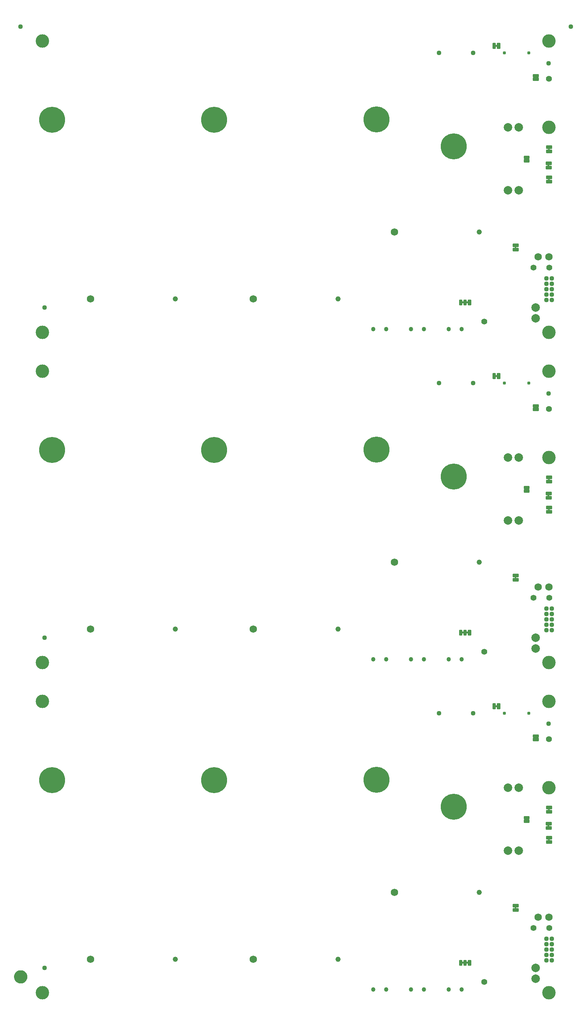
<source format=gbs>
G04 EAGLE Gerber RS-274X export*
G75*
%MOMM*%
%FSLAX34Y34*%
%LPD*%
%INSoldermask Bottom*%
%IPPOS*%
%AMOC8*
5,1,8,0,0,1.08239X$1,22.5*%
G01*
%ADD10C,6.127000*%
%ADD11C,3.175000*%
%ADD12C,1.227000*%
%ADD13C,1.727000*%
%ADD14C,0.777000*%
%ADD15C,1.127000*%
%ADD16C,1.397000*%
%ADD17C,0.228600*%
%ADD18C,2.006600*%
%ADD19C,0.228344*%
%ADD20C,1.027000*%
%ADD21C,1.270000*%
%ADD22C,1.627000*%

G36*
X1220535Y2009152D02*
X1220535Y2009152D01*
X1220601Y2009154D01*
X1220644Y2009172D01*
X1220691Y2009180D01*
X1220748Y2009214D01*
X1220808Y2009239D01*
X1220843Y2009270D01*
X1220884Y2009295D01*
X1220926Y2009346D01*
X1220974Y2009390D01*
X1220996Y2009432D01*
X1221025Y2009469D01*
X1221046Y2009531D01*
X1221077Y2009590D01*
X1221085Y2009644D01*
X1221097Y2009681D01*
X1221096Y2009721D01*
X1221104Y2009775D01*
X1221104Y2013585D01*
X1221093Y2013650D01*
X1221091Y2013716D01*
X1221073Y2013759D01*
X1221065Y2013806D01*
X1221031Y2013863D01*
X1221006Y2013923D01*
X1220975Y2013958D01*
X1220950Y2013999D01*
X1220899Y2014041D01*
X1220855Y2014089D01*
X1220813Y2014111D01*
X1220776Y2014140D01*
X1220714Y2014161D01*
X1220655Y2014192D01*
X1220601Y2014200D01*
X1220564Y2014212D01*
X1220524Y2014211D01*
X1220470Y2014219D01*
X1217930Y2014219D01*
X1217865Y2014208D01*
X1217799Y2014206D01*
X1217756Y2014188D01*
X1217709Y2014180D01*
X1217652Y2014146D01*
X1217592Y2014121D01*
X1217557Y2014090D01*
X1217516Y2014065D01*
X1217475Y2014014D01*
X1217426Y2013970D01*
X1217404Y2013928D01*
X1217375Y2013891D01*
X1217354Y2013829D01*
X1217323Y2013770D01*
X1217315Y2013716D01*
X1217303Y2013679D01*
X1217303Y2013675D01*
X1217303Y2013674D01*
X1217304Y2013639D01*
X1217296Y2013585D01*
X1217296Y2009775D01*
X1217307Y2009710D01*
X1217309Y2009644D01*
X1217327Y2009601D01*
X1217335Y2009554D01*
X1217369Y2009497D01*
X1217394Y2009437D01*
X1217425Y2009402D01*
X1217450Y2009361D01*
X1217501Y2009320D01*
X1217545Y2009271D01*
X1217587Y2009249D01*
X1217624Y2009220D01*
X1217686Y2009199D01*
X1217745Y2009168D01*
X1217799Y2009160D01*
X1217836Y2009148D01*
X1217876Y2009149D01*
X1217930Y2009141D01*
X1220470Y2009141D01*
X1220535Y2009152D01*
G37*
G36*
X1219265Y1971052D02*
X1219265Y1971052D01*
X1219331Y1971054D01*
X1219374Y1971072D01*
X1219421Y1971080D01*
X1219478Y1971114D01*
X1219538Y1971139D01*
X1219573Y1971170D01*
X1219614Y1971195D01*
X1219656Y1971246D01*
X1219704Y1971290D01*
X1219726Y1971332D01*
X1219755Y1971369D01*
X1219776Y1971431D01*
X1219807Y1971490D01*
X1219815Y1971544D01*
X1219827Y1971581D01*
X1219826Y1971621D01*
X1219834Y1971675D01*
X1219834Y1975485D01*
X1219823Y1975550D01*
X1219821Y1975616D01*
X1219803Y1975659D01*
X1219795Y1975706D01*
X1219761Y1975763D01*
X1219736Y1975823D01*
X1219705Y1975858D01*
X1219680Y1975899D01*
X1219629Y1975941D01*
X1219585Y1975989D01*
X1219543Y1976011D01*
X1219506Y1976040D01*
X1219444Y1976061D01*
X1219385Y1976092D01*
X1219331Y1976100D01*
X1219294Y1976112D01*
X1219254Y1976111D01*
X1219200Y1976119D01*
X1216660Y1976119D01*
X1216595Y1976108D01*
X1216529Y1976106D01*
X1216486Y1976088D01*
X1216439Y1976080D01*
X1216382Y1976046D01*
X1216322Y1976021D01*
X1216287Y1975990D01*
X1216246Y1975965D01*
X1216205Y1975914D01*
X1216156Y1975870D01*
X1216134Y1975828D01*
X1216105Y1975791D01*
X1216084Y1975729D01*
X1216053Y1975670D01*
X1216045Y1975616D01*
X1216033Y1975579D01*
X1216033Y1975575D01*
X1216033Y1975574D01*
X1216034Y1975539D01*
X1216026Y1975485D01*
X1216026Y1971675D01*
X1216037Y1971610D01*
X1216039Y1971544D01*
X1216057Y1971501D01*
X1216065Y1971454D01*
X1216099Y1971397D01*
X1216124Y1971337D01*
X1216155Y1971302D01*
X1216180Y1971261D01*
X1216231Y1971220D01*
X1216275Y1971171D01*
X1216317Y1971149D01*
X1216354Y1971120D01*
X1216416Y1971099D01*
X1216475Y1971068D01*
X1216529Y1971060D01*
X1216566Y1971048D01*
X1216606Y1971049D01*
X1216660Y1971041D01*
X1219200Y1971041D01*
X1219265Y1971052D01*
G37*
G36*
X1220535Y1938032D02*
X1220535Y1938032D01*
X1220601Y1938034D01*
X1220644Y1938052D01*
X1220691Y1938060D01*
X1220748Y1938094D01*
X1220808Y1938119D01*
X1220843Y1938150D01*
X1220884Y1938175D01*
X1220926Y1938226D01*
X1220974Y1938270D01*
X1220996Y1938312D01*
X1221025Y1938349D01*
X1221046Y1938411D01*
X1221077Y1938470D01*
X1221085Y1938524D01*
X1221097Y1938561D01*
X1221096Y1938601D01*
X1221104Y1938655D01*
X1221104Y1942465D01*
X1221093Y1942530D01*
X1221091Y1942596D01*
X1221073Y1942639D01*
X1221065Y1942686D01*
X1221031Y1942743D01*
X1221006Y1942803D01*
X1220975Y1942838D01*
X1220950Y1942879D01*
X1220899Y1942921D01*
X1220855Y1942969D01*
X1220813Y1942991D01*
X1220776Y1943020D01*
X1220714Y1943041D01*
X1220655Y1943072D01*
X1220601Y1943080D01*
X1220564Y1943092D01*
X1220524Y1943091D01*
X1220470Y1943099D01*
X1217930Y1943099D01*
X1217865Y1943088D01*
X1217799Y1943086D01*
X1217756Y1943068D01*
X1217709Y1943060D01*
X1217652Y1943026D01*
X1217592Y1943001D01*
X1217557Y1942970D01*
X1217516Y1942945D01*
X1217475Y1942894D01*
X1217426Y1942850D01*
X1217404Y1942808D01*
X1217375Y1942771D01*
X1217354Y1942709D01*
X1217323Y1942650D01*
X1217315Y1942596D01*
X1217303Y1942559D01*
X1217303Y1942555D01*
X1217303Y1942554D01*
X1217304Y1942519D01*
X1217296Y1942465D01*
X1217296Y1938655D01*
X1217307Y1938590D01*
X1217309Y1938524D01*
X1217327Y1938481D01*
X1217335Y1938434D01*
X1217369Y1938377D01*
X1217394Y1938317D01*
X1217425Y1938282D01*
X1217450Y1938241D01*
X1217501Y1938200D01*
X1217545Y1938151D01*
X1217587Y1938129D01*
X1217624Y1938100D01*
X1217686Y1938079D01*
X1217745Y1938048D01*
X1217799Y1938040D01*
X1217836Y1938028D01*
X1217876Y1938029D01*
X1217930Y1938021D01*
X1220470Y1938021D01*
X1220535Y1938032D01*
G37*
G36*
X1141795Y1778012D02*
X1141795Y1778012D01*
X1141861Y1778014D01*
X1141904Y1778032D01*
X1141951Y1778040D01*
X1142008Y1778074D01*
X1142068Y1778099D01*
X1142103Y1778130D01*
X1142144Y1778155D01*
X1142186Y1778206D01*
X1142234Y1778250D01*
X1142256Y1778292D01*
X1142285Y1778329D01*
X1142306Y1778391D01*
X1142337Y1778450D01*
X1142345Y1778504D01*
X1142357Y1778541D01*
X1142356Y1778581D01*
X1142364Y1778635D01*
X1142364Y1782445D01*
X1142353Y1782510D01*
X1142351Y1782576D01*
X1142333Y1782619D01*
X1142325Y1782666D01*
X1142291Y1782723D01*
X1142266Y1782783D01*
X1142235Y1782818D01*
X1142210Y1782859D01*
X1142159Y1782901D01*
X1142115Y1782949D01*
X1142073Y1782971D01*
X1142036Y1783000D01*
X1141974Y1783021D01*
X1141915Y1783052D01*
X1141861Y1783060D01*
X1141824Y1783072D01*
X1141784Y1783071D01*
X1141730Y1783079D01*
X1139190Y1783079D01*
X1139125Y1783068D01*
X1139059Y1783066D01*
X1139016Y1783048D01*
X1138969Y1783040D01*
X1138912Y1783006D01*
X1138852Y1782981D01*
X1138817Y1782950D01*
X1138776Y1782925D01*
X1138735Y1782874D01*
X1138686Y1782830D01*
X1138664Y1782788D01*
X1138635Y1782751D01*
X1138614Y1782689D01*
X1138583Y1782630D01*
X1138575Y1782576D01*
X1138563Y1782539D01*
X1138563Y1782535D01*
X1138563Y1782534D01*
X1138564Y1782499D01*
X1138556Y1782445D01*
X1138556Y1778635D01*
X1138567Y1778570D01*
X1138569Y1778504D01*
X1138587Y1778461D01*
X1138595Y1778414D01*
X1138629Y1778357D01*
X1138654Y1778297D01*
X1138685Y1778262D01*
X1138710Y1778221D01*
X1138761Y1778180D01*
X1138805Y1778131D01*
X1138847Y1778109D01*
X1138884Y1778080D01*
X1138946Y1778059D01*
X1139005Y1778028D01*
X1139059Y1778020D01*
X1139096Y1778008D01*
X1139136Y1778009D01*
X1139190Y1778001D01*
X1141730Y1778001D01*
X1141795Y1778012D01*
G37*
G36*
X1220535Y1231912D02*
X1220535Y1231912D01*
X1220601Y1231914D01*
X1220644Y1231932D01*
X1220691Y1231940D01*
X1220748Y1231974D01*
X1220808Y1231999D01*
X1220843Y1232030D01*
X1220884Y1232055D01*
X1220926Y1232106D01*
X1220974Y1232150D01*
X1220996Y1232192D01*
X1221025Y1232229D01*
X1221046Y1232291D01*
X1221077Y1232350D01*
X1221085Y1232404D01*
X1221097Y1232441D01*
X1221096Y1232481D01*
X1221104Y1232535D01*
X1221104Y1236345D01*
X1221093Y1236410D01*
X1221091Y1236476D01*
X1221073Y1236519D01*
X1221065Y1236566D01*
X1221031Y1236623D01*
X1221006Y1236683D01*
X1220975Y1236718D01*
X1220950Y1236759D01*
X1220899Y1236801D01*
X1220855Y1236849D01*
X1220813Y1236871D01*
X1220776Y1236900D01*
X1220714Y1236921D01*
X1220655Y1236952D01*
X1220601Y1236960D01*
X1220564Y1236972D01*
X1220524Y1236971D01*
X1220470Y1236979D01*
X1217930Y1236979D01*
X1217865Y1236968D01*
X1217799Y1236966D01*
X1217756Y1236948D01*
X1217709Y1236940D01*
X1217652Y1236906D01*
X1217592Y1236881D01*
X1217557Y1236850D01*
X1217516Y1236825D01*
X1217475Y1236774D01*
X1217426Y1236730D01*
X1217404Y1236688D01*
X1217375Y1236651D01*
X1217354Y1236589D01*
X1217323Y1236530D01*
X1217315Y1236476D01*
X1217303Y1236439D01*
X1217303Y1236435D01*
X1217303Y1236434D01*
X1217304Y1236399D01*
X1217296Y1236345D01*
X1217296Y1232535D01*
X1217307Y1232470D01*
X1217309Y1232404D01*
X1217327Y1232361D01*
X1217335Y1232314D01*
X1217369Y1232257D01*
X1217394Y1232197D01*
X1217425Y1232162D01*
X1217450Y1232121D01*
X1217501Y1232080D01*
X1217545Y1232031D01*
X1217587Y1232009D01*
X1217624Y1231980D01*
X1217686Y1231959D01*
X1217745Y1231928D01*
X1217799Y1231920D01*
X1217836Y1231908D01*
X1217876Y1231909D01*
X1217930Y1231901D01*
X1220470Y1231901D01*
X1220535Y1231912D01*
G37*
G36*
X1219265Y1193812D02*
X1219265Y1193812D01*
X1219331Y1193814D01*
X1219374Y1193832D01*
X1219421Y1193840D01*
X1219478Y1193874D01*
X1219538Y1193899D01*
X1219573Y1193930D01*
X1219614Y1193955D01*
X1219656Y1194006D01*
X1219704Y1194050D01*
X1219726Y1194092D01*
X1219755Y1194129D01*
X1219776Y1194191D01*
X1219807Y1194250D01*
X1219815Y1194304D01*
X1219827Y1194341D01*
X1219826Y1194381D01*
X1219834Y1194435D01*
X1219834Y1198245D01*
X1219823Y1198310D01*
X1219821Y1198376D01*
X1219803Y1198419D01*
X1219795Y1198466D01*
X1219761Y1198523D01*
X1219736Y1198583D01*
X1219705Y1198618D01*
X1219680Y1198659D01*
X1219629Y1198701D01*
X1219585Y1198749D01*
X1219543Y1198771D01*
X1219506Y1198800D01*
X1219444Y1198821D01*
X1219385Y1198852D01*
X1219331Y1198860D01*
X1219294Y1198872D01*
X1219254Y1198871D01*
X1219200Y1198879D01*
X1216660Y1198879D01*
X1216595Y1198868D01*
X1216529Y1198866D01*
X1216486Y1198848D01*
X1216439Y1198840D01*
X1216382Y1198806D01*
X1216322Y1198781D01*
X1216287Y1198750D01*
X1216246Y1198725D01*
X1216205Y1198674D01*
X1216156Y1198630D01*
X1216134Y1198588D01*
X1216105Y1198551D01*
X1216084Y1198489D01*
X1216053Y1198430D01*
X1216045Y1198376D01*
X1216033Y1198339D01*
X1216033Y1198335D01*
X1216033Y1198334D01*
X1216034Y1198299D01*
X1216026Y1198245D01*
X1216026Y1194435D01*
X1216037Y1194370D01*
X1216039Y1194304D01*
X1216057Y1194261D01*
X1216065Y1194214D01*
X1216099Y1194157D01*
X1216124Y1194097D01*
X1216155Y1194062D01*
X1216180Y1194021D01*
X1216231Y1193980D01*
X1216275Y1193931D01*
X1216317Y1193909D01*
X1216354Y1193880D01*
X1216416Y1193859D01*
X1216475Y1193828D01*
X1216529Y1193820D01*
X1216566Y1193808D01*
X1216606Y1193809D01*
X1216660Y1193801D01*
X1219200Y1193801D01*
X1219265Y1193812D01*
G37*
G36*
X1220535Y1160792D02*
X1220535Y1160792D01*
X1220601Y1160794D01*
X1220644Y1160812D01*
X1220691Y1160820D01*
X1220748Y1160854D01*
X1220808Y1160879D01*
X1220843Y1160910D01*
X1220884Y1160935D01*
X1220926Y1160986D01*
X1220974Y1161030D01*
X1220996Y1161072D01*
X1221025Y1161109D01*
X1221046Y1161171D01*
X1221077Y1161230D01*
X1221085Y1161284D01*
X1221097Y1161321D01*
X1221096Y1161361D01*
X1221104Y1161415D01*
X1221104Y1165225D01*
X1221093Y1165290D01*
X1221091Y1165356D01*
X1221073Y1165399D01*
X1221065Y1165446D01*
X1221031Y1165503D01*
X1221006Y1165563D01*
X1220975Y1165598D01*
X1220950Y1165639D01*
X1220899Y1165681D01*
X1220855Y1165729D01*
X1220813Y1165751D01*
X1220776Y1165780D01*
X1220714Y1165801D01*
X1220655Y1165832D01*
X1220601Y1165840D01*
X1220564Y1165852D01*
X1220524Y1165851D01*
X1220470Y1165859D01*
X1217930Y1165859D01*
X1217865Y1165848D01*
X1217799Y1165846D01*
X1217756Y1165828D01*
X1217709Y1165820D01*
X1217652Y1165786D01*
X1217592Y1165761D01*
X1217557Y1165730D01*
X1217516Y1165705D01*
X1217475Y1165654D01*
X1217426Y1165610D01*
X1217404Y1165568D01*
X1217375Y1165531D01*
X1217354Y1165469D01*
X1217323Y1165410D01*
X1217315Y1165356D01*
X1217303Y1165319D01*
X1217303Y1165315D01*
X1217303Y1165314D01*
X1217304Y1165279D01*
X1217296Y1165225D01*
X1217296Y1161415D01*
X1217307Y1161350D01*
X1217309Y1161284D01*
X1217327Y1161241D01*
X1217335Y1161194D01*
X1217369Y1161137D01*
X1217394Y1161077D01*
X1217425Y1161042D01*
X1217450Y1161001D01*
X1217501Y1160960D01*
X1217545Y1160911D01*
X1217587Y1160889D01*
X1217624Y1160860D01*
X1217686Y1160839D01*
X1217745Y1160808D01*
X1217799Y1160800D01*
X1217836Y1160788D01*
X1217876Y1160789D01*
X1217930Y1160781D01*
X1220470Y1160781D01*
X1220535Y1160792D01*
G37*
G36*
X1141795Y1000772D02*
X1141795Y1000772D01*
X1141861Y1000774D01*
X1141904Y1000792D01*
X1141951Y1000800D01*
X1142008Y1000834D01*
X1142068Y1000859D01*
X1142103Y1000890D01*
X1142144Y1000915D01*
X1142186Y1000966D01*
X1142234Y1001010D01*
X1142256Y1001052D01*
X1142285Y1001089D01*
X1142306Y1001151D01*
X1142337Y1001210D01*
X1142345Y1001264D01*
X1142357Y1001301D01*
X1142356Y1001341D01*
X1142364Y1001395D01*
X1142364Y1005205D01*
X1142353Y1005270D01*
X1142351Y1005336D01*
X1142333Y1005379D01*
X1142325Y1005426D01*
X1142291Y1005483D01*
X1142266Y1005543D01*
X1142235Y1005578D01*
X1142210Y1005619D01*
X1142159Y1005661D01*
X1142115Y1005709D01*
X1142073Y1005731D01*
X1142036Y1005760D01*
X1141974Y1005781D01*
X1141915Y1005812D01*
X1141861Y1005820D01*
X1141824Y1005832D01*
X1141784Y1005831D01*
X1141730Y1005839D01*
X1139190Y1005839D01*
X1139125Y1005828D01*
X1139059Y1005826D01*
X1139016Y1005808D01*
X1138969Y1005800D01*
X1138912Y1005766D01*
X1138852Y1005741D01*
X1138817Y1005710D01*
X1138776Y1005685D01*
X1138735Y1005634D01*
X1138686Y1005590D01*
X1138664Y1005548D01*
X1138635Y1005511D01*
X1138614Y1005449D01*
X1138583Y1005390D01*
X1138575Y1005336D01*
X1138563Y1005299D01*
X1138563Y1005295D01*
X1138563Y1005294D01*
X1138564Y1005259D01*
X1138556Y1005205D01*
X1138556Y1001395D01*
X1138567Y1001330D01*
X1138569Y1001264D01*
X1138587Y1001221D01*
X1138595Y1001174D01*
X1138629Y1001117D01*
X1138654Y1001057D01*
X1138685Y1001022D01*
X1138710Y1000981D01*
X1138761Y1000940D01*
X1138805Y1000891D01*
X1138847Y1000869D01*
X1138884Y1000840D01*
X1138946Y1000819D01*
X1139005Y1000788D01*
X1139059Y1000780D01*
X1139096Y1000768D01*
X1139136Y1000769D01*
X1139190Y1000761D01*
X1141730Y1000761D01*
X1141795Y1000772D01*
G37*
G36*
X1220535Y454672D02*
X1220535Y454672D01*
X1220601Y454674D01*
X1220644Y454692D01*
X1220691Y454700D01*
X1220748Y454734D01*
X1220808Y454759D01*
X1220843Y454790D01*
X1220884Y454815D01*
X1220926Y454866D01*
X1220974Y454910D01*
X1220996Y454952D01*
X1221025Y454989D01*
X1221046Y455051D01*
X1221077Y455110D01*
X1221085Y455164D01*
X1221097Y455201D01*
X1221096Y455241D01*
X1221104Y455295D01*
X1221104Y459105D01*
X1221093Y459170D01*
X1221091Y459236D01*
X1221073Y459279D01*
X1221065Y459326D01*
X1221031Y459383D01*
X1221006Y459443D01*
X1220975Y459478D01*
X1220950Y459519D01*
X1220899Y459561D01*
X1220855Y459609D01*
X1220813Y459631D01*
X1220776Y459660D01*
X1220714Y459681D01*
X1220655Y459712D01*
X1220601Y459720D01*
X1220564Y459732D01*
X1220524Y459731D01*
X1220470Y459739D01*
X1217930Y459739D01*
X1217865Y459728D01*
X1217799Y459726D01*
X1217756Y459708D01*
X1217709Y459700D01*
X1217652Y459666D01*
X1217592Y459641D01*
X1217557Y459610D01*
X1217516Y459585D01*
X1217475Y459534D01*
X1217426Y459490D01*
X1217404Y459448D01*
X1217375Y459411D01*
X1217354Y459349D01*
X1217323Y459290D01*
X1217315Y459236D01*
X1217303Y459199D01*
X1217303Y459195D01*
X1217303Y459194D01*
X1217304Y459159D01*
X1217296Y459105D01*
X1217296Y455295D01*
X1217307Y455230D01*
X1217309Y455164D01*
X1217327Y455121D01*
X1217335Y455074D01*
X1217369Y455017D01*
X1217394Y454957D01*
X1217425Y454922D01*
X1217450Y454881D01*
X1217501Y454840D01*
X1217545Y454791D01*
X1217587Y454769D01*
X1217624Y454740D01*
X1217686Y454719D01*
X1217745Y454688D01*
X1217799Y454680D01*
X1217836Y454668D01*
X1217876Y454669D01*
X1217930Y454661D01*
X1220470Y454661D01*
X1220535Y454672D01*
G37*
G36*
X1219265Y416572D02*
X1219265Y416572D01*
X1219331Y416574D01*
X1219374Y416592D01*
X1219421Y416600D01*
X1219478Y416634D01*
X1219538Y416659D01*
X1219573Y416690D01*
X1219614Y416715D01*
X1219656Y416766D01*
X1219704Y416810D01*
X1219726Y416852D01*
X1219755Y416889D01*
X1219776Y416951D01*
X1219807Y417010D01*
X1219815Y417064D01*
X1219827Y417101D01*
X1219826Y417141D01*
X1219834Y417195D01*
X1219834Y421005D01*
X1219823Y421070D01*
X1219821Y421136D01*
X1219803Y421179D01*
X1219795Y421226D01*
X1219761Y421283D01*
X1219736Y421343D01*
X1219705Y421378D01*
X1219680Y421419D01*
X1219629Y421461D01*
X1219585Y421509D01*
X1219543Y421531D01*
X1219506Y421560D01*
X1219444Y421581D01*
X1219385Y421612D01*
X1219331Y421620D01*
X1219294Y421632D01*
X1219254Y421631D01*
X1219200Y421639D01*
X1216660Y421639D01*
X1216595Y421628D01*
X1216529Y421626D01*
X1216486Y421608D01*
X1216439Y421600D01*
X1216382Y421566D01*
X1216322Y421541D01*
X1216287Y421510D01*
X1216246Y421485D01*
X1216205Y421434D01*
X1216156Y421390D01*
X1216134Y421348D01*
X1216105Y421311D01*
X1216084Y421249D01*
X1216053Y421190D01*
X1216045Y421136D01*
X1216033Y421099D01*
X1216033Y421095D01*
X1216033Y421094D01*
X1216034Y421059D01*
X1216026Y421005D01*
X1216026Y417195D01*
X1216037Y417130D01*
X1216039Y417064D01*
X1216057Y417021D01*
X1216065Y416974D01*
X1216099Y416917D01*
X1216124Y416857D01*
X1216155Y416822D01*
X1216180Y416781D01*
X1216231Y416740D01*
X1216275Y416691D01*
X1216317Y416669D01*
X1216354Y416640D01*
X1216416Y416619D01*
X1216475Y416588D01*
X1216529Y416580D01*
X1216566Y416568D01*
X1216606Y416569D01*
X1216660Y416561D01*
X1219200Y416561D01*
X1219265Y416572D01*
G37*
G36*
X1220535Y383552D02*
X1220535Y383552D01*
X1220601Y383554D01*
X1220644Y383572D01*
X1220691Y383580D01*
X1220748Y383614D01*
X1220808Y383639D01*
X1220843Y383670D01*
X1220884Y383695D01*
X1220926Y383746D01*
X1220974Y383790D01*
X1220996Y383832D01*
X1221025Y383869D01*
X1221046Y383931D01*
X1221077Y383990D01*
X1221085Y384044D01*
X1221097Y384081D01*
X1221096Y384121D01*
X1221104Y384175D01*
X1221104Y387985D01*
X1221093Y388050D01*
X1221091Y388116D01*
X1221073Y388159D01*
X1221065Y388206D01*
X1221031Y388263D01*
X1221006Y388323D01*
X1220975Y388358D01*
X1220950Y388399D01*
X1220899Y388441D01*
X1220855Y388489D01*
X1220813Y388511D01*
X1220776Y388540D01*
X1220714Y388561D01*
X1220655Y388592D01*
X1220601Y388600D01*
X1220564Y388612D01*
X1220524Y388611D01*
X1220470Y388619D01*
X1217930Y388619D01*
X1217865Y388608D01*
X1217799Y388606D01*
X1217756Y388588D01*
X1217709Y388580D01*
X1217652Y388546D01*
X1217592Y388521D01*
X1217557Y388490D01*
X1217516Y388465D01*
X1217475Y388414D01*
X1217426Y388370D01*
X1217404Y388328D01*
X1217375Y388291D01*
X1217354Y388229D01*
X1217323Y388170D01*
X1217315Y388116D01*
X1217303Y388079D01*
X1217303Y388075D01*
X1217303Y388074D01*
X1217304Y388039D01*
X1217296Y387985D01*
X1217296Y384175D01*
X1217307Y384110D01*
X1217309Y384044D01*
X1217327Y384001D01*
X1217335Y383954D01*
X1217369Y383897D01*
X1217394Y383837D01*
X1217425Y383802D01*
X1217450Y383761D01*
X1217501Y383720D01*
X1217545Y383671D01*
X1217587Y383649D01*
X1217624Y383620D01*
X1217686Y383599D01*
X1217745Y383568D01*
X1217799Y383560D01*
X1217836Y383548D01*
X1217876Y383549D01*
X1217930Y383541D01*
X1220470Y383541D01*
X1220535Y383552D01*
G37*
G36*
X1141795Y223532D02*
X1141795Y223532D01*
X1141861Y223534D01*
X1141904Y223552D01*
X1141951Y223560D01*
X1142008Y223594D01*
X1142068Y223619D01*
X1142103Y223650D01*
X1142144Y223675D01*
X1142186Y223726D01*
X1142234Y223770D01*
X1142256Y223812D01*
X1142285Y223849D01*
X1142306Y223911D01*
X1142337Y223970D01*
X1142345Y224024D01*
X1142357Y224061D01*
X1142356Y224101D01*
X1142364Y224155D01*
X1142364Y227965D01*
X1142353Y228030D01*
X1142351Y228096D01*
X1142333Y228139D01*
X1142325Y228186D01*
X1142291Y228243D01*
X1142266Y228303D01*
X1142235Y228338D01*
X1142210Y228379D01*
X1142159Y228421D01*
X1142115Y228469D01*
X1142073Y228491D01*
X1142036Y228520D01*
X1141974Y228541D01*
X1141915Y228572D01*
X1141861Y228580D01*
X1141824Y228592D01*
X1141784Y228591D01*
X1141730Y228599D01*
X1139190Y228599D01*
X1139125Y228588D01*
X1139059Y228586D01*
X1139016Y228568D01*
X1138969Y228560D01*
X1138912Y228526D01*
X1138852Y228501D01*
X1138817Y228470D01*
X1138776Y228445D01*
X1138735Y228394D01*
X1138686Y228350D01*
X1138664Y228308D01*
X1138635Y228271D01*
X1138614Y228209D01*
X1138583Y228150D01*
X1138575Y228096D01*
X1138563Y228059D01*
X1138563Y228055D01*
X1138563Y228054D01*
X1138564Y228019D01*
X1138556Y227965D01*
X1138556Y224155D01*
X1138567Y224090D01*
X1138569Y224024D01*
X1138587Y223981D01*
X1138595Y223934D01*
X1138629Y223877D01*
X1138654Y223817D01*
X1138685Y223782D01*
X1138710Y223741D01*
X1138761Y223700D01*
X1138805Y223651D01*
X1138847Y223629D01*
X1138884Y223600D01*
X1138946Y223579D01*
X1139005Y223548D01*
X1139059Y223540D01*
X1139096Y223528D01*
X1139136Y223529D01*
X1139190Y223521D01*
X1141730Y223521D01*
X1141795Y223532D01*
G37*
G36*
X1096710Y2252865D02*
X1096710Y2252865D01*
X1096776Y2252867D01*
X1096819Y2252885D01*
X1096866Y2252893D01*
X1096923Y2252927D01*
X1096983Y2252952D01*
X1097018Y2252983D01*
X1097059Y2253008D01*
X1097101Y2253059D01*
X1097149Y2253103D01*
X1097171Y2253145D01*
X1097200Y2253182D01*
X1097221Y2253244D01*
X1097252Y2253303D01*
X1097260Y2253357D01*
X1097272Y2253394D01*
X1097271Y2253434D01*
X1097279Y2253488D01*
X1097279Y2256028D01*
X1097268Y2256093D01*
X1097266Y2256159D01*
X1097248Y2256202D01*
X1097240Y2256249D01*
X1097206Y2256306D01*
X1097181Y2256366D01*
X1097150Y2256401D01*
X1097125Y2256442D01*
X1097074Y2256484D01*
X1097030Y2256532D01*
X1096988Y2256554D01*
X1096951Y2256583D01*
X1096889Y2256604D01*
X1096830Y2256635D01*
X1096776Y2256643D01*
X1096739Y2256655D01*
X1096699Y2256654D01*
X1096645Y2256662D01*
X1092835Y2256662D01*
X1092770Y2256651D01*
X1092704Y2256649D01*
X1092661Y2256631D01*
X1092614Y2256623D01*
X1092557Y2256589D01*
X1092497Y2256564D01*
X1092462Y2256533D01*
X1092421Y2256508D01*
X1092380Y2256457D01*
X1092331Y2256413D01*
X1092309Y2256371D01*
X1092280Y2256334D01*
X1092259Y2256272D01*
X1092228Y2256213D01*
X1092220Y2256159D01*
X1092208Y2256122D01*
X1092208Y2256119D01*
X1092209Y2256082D01*
X1092201Y2256028D01*
X1092201Y2253488D01*
X1092212Y2253423D01*
X1092214Y2253357D01*
X1092232Y2253314D01*
X1092240Y2253267D01*
X1092274Y2253210D01*
X1092299Y2253150D01*
X1092330Y2253115D01*
X1092355Y2253074D01*
X1092406Y2253033D01*
X1092450Y2252984D01*
X1092492Y2252962D01*
X1092529Y2252933D01*
X1092591Y2252912D01*
X1092650Y2252881D01*
X1092704Y2252873D01*
X1092741Y2252861D01*
X1092781Y2252862D01*
X1092835Y2252854D01*
X1096645Y2252854D01*
X1096710Y2252865D01*
G37*
G36*
X1028130Y1649107D02*
X1028130Y1649107D01*
X1028196Y1649109D01*
X1028239Y1649127D01*
X1028286Y1649135D01*
X1028343Y1649169D01*
X1028403Y1649194D01*
X1028438Y1649225D01*
X1028479Y1649250D01*
X1028521Y1649301D01*
X1028569Y1649345D01*
X1028591Y1649387D01*
X1028620Y1649424D01*
X1028641Y1649486D01*
X1028672Y1649545D01*
X1028680Y1649599D01*
X1028692Y1649636D01*
X1028691Y1649676D01*
X1028699Y1649730D01*
X1028699Y1652270D01*
X1028688Y1652335D01*
X1028686Y1652401D01*
X1028668Y1652444D01*
X1028660Y1652491D01*
X1028626Y1652548D01*
X1028601Y1652608D01*
X1028570Y1652643D01*
X1028545Y1652684D01*
X1028494Y1652726D01*
X1028450Y1652774D01*
X1028408Y1652796D01*
X1028371Y1652825D01*
X1028309Y1652846D01*
X1028250Y1652877D01*
X1028196Y1652885D01*
X1028159Y1652897D01*
X1028119Y1652896D01*
X1028065Y1652904D01*
X1024255Y1652904D01*
X1024190Y1652893D01*
X1024124Y1652891D01*
X1024081Y1652873D01*
X1024034Y1652865D01*
X1023977Y1652831D01*
X1023917Y1652806D01*
X1023882Y1652775D01*
X1023841Y1652750D01*
X1023800Y1652699D01*
X1023751Y1652655D01*
X1023729Y1652613D01*
X1023700Y1652576D01*
X1023679Y1652514D01*
X1023648Y1652455D01*
X1023640Y1652401D01*
X1023628Y1652364D01*
X1023628Y1652361D01*
X1023629Y1652324D01*
X1023621Y1652270D01*
X1023621Y1649730D01*
X1023632Y1649665D01*
X1023634Y1649599D01*
X1023652Y1649556D01*
X1023660Y1649509D01*
X1023694Y1649452D01*
X1023719Y1649392D01*
X1023750Y1649357D01*
X1023775Y1649316D01*
X1023826Y1649275D01*
X1023870Y1649226D01*
X1023912Y1649204D01*
X1023949Y1649175D01*
X1024011Y1649154D01*
X1024070Y1649123D01*
X1024124Y1649115D01*
X1024161Y1649103D01*
X1024201Y1649104D01*
X1024255Y1649096D01*
X1028065Y1649096D01*
X1028130Y1649107D01*
G37*
G36*
X1017970Y1649107D02*
X1017970Y1649107D01*
X1018036Y1649109D01*
X1018079Y1649127D01*
X1018126Y1649135D01*
X1018183Y1649169D01*
X1018243Y1649194D01*
X1018278Y1649225D01*
X1018319Y1649250D01*
X1018361Y1649301D01*
X1018409Y1649345D01*
X1018431Y1649387D01*
X1018460Y1649424D01*
X1018481Y1649486D01*
X1018512Y1649545D01*
X1018520Y1649599D01*
X1018532Y1649636D01*
X1018531Y1649676D01*
X1018539Y1649730D01*
X1018539Y1652270D01*
X1018528Y1652335D01*
X1018526Y1652401D01*
X1018508Y1652444D01*
X1018500Y1652491D01*
X1018466Y1652548D01*
X1018441Y1652608D01*
X1018410Y1652643D01*
X1018385Y1652684D01*
X1018334Y1652726D01*
X1018290Y1652774D01*
X1018248Y1652796D01*
X1018211Y1652825D01*
X1018149Y1652846D01*
X1018090Y1652877D01*
X1018036Y1652885D01*
X1017999Y1652897D01*
X1017959Y1652896D01*
X1017905Y1652904D01*
X1014095Y1652904D01*
X1014030Y1652893D01*
X1013964Y1652891D01*
X1013921Y1652873D01*
X1013874Y1652865D01*
X1013817Y1652831D01*
X1013757Y1652806D01*
X1013722Y1652775D01*
X1013681Y1652750D01*
X1013640Y1652699D01*
X1013591Y1652655D01*
X1013569Y1652613D01*
X1013540Y1652576D01*
X1013519Y1652514D01*
X1013488Y1652455D01*
X1013480Y1652401D01*
X1013468Y1652364D01*
X1013468Y1652361D01*
X1013469Y1652324D01*
X1013461Y1652270D01*
X1013461Y1649730D01*
X1013472Y1649665D01*
X1013474Y1649599D01*
X1013492Y1649556D01*
X1013500Y1649509D01*
X1013534Y1649452D01*
X1013559Y1649392D01*
X1013590Y1649357D01*
X1013615Y1649316D01*
X1013666Y1649275D01*
X1013710Y1649226D01*
X1013752Y1649204D01*
X1013789Y1649175D01*
X1013851Y1649154D01*
X1013910Y1649123D01*
X1013964Y1649115D01*
X1014001Y1649103D01*
X1014041Y1649104D01*
X1014095Y1649096D01*
X1017905Y1649096D01*
X1017970Y1649107D01*
G37*
G36*
X1096710Y1475625D02*
X1096710Y1475625D01*
X1096776Y1475627D01*
X1096819Y1475645D01*
X1096866Y1475653D01*
X1096923Y1475687D01*
X1096983Y1475712D01*
X1097018Y1475743D01*
X1097059Y1475768D01*
X1097101Y1475819D01*
X1097149Y1475863D01*
X1097171Y1475905D01*
X1097200Y1475942D01*
X1097221Y1476004D01*
X1097252Y1476063D01*
X1097260Y1476117D01*
X1097272Y1476154D01*
X1097271Y1476194D01*
X1097279Y1476248D01*
X1097279Y1478788D01*
X1097268Y1478853D01*
X1097266Y1478919D01*
X1097248Y1478962D01*
X1097240Y1479009D01*
X1097206Y1479066D01*
X1097181Y1479126D01*
X1097150Y1479161D01*
X1097125Y1479202D01*
X1097074Y1479244D01*
X1097030Y1479292D01*
X1096988Y1479314D01*
X1096951Y1479343D01*
X1096889Y1479364D01*
X1096830Y1479395D01*
X1096776Y1479403D01*
X1096739Y1479415D01*
X1096699Y1479414D01*
X1096645Y1479422D01*
X1092835Y1479422D01*
X1092770Y1479411D01*
X1092704Y1479409D01*
X1092661Y1479391D01*
X1092614Y1479383D01*
X1092557Y1479349D01*
X1092497Y1479324D01*
X1092462Y1479293D01*
X1092421Y1479268D01*
X1092380Y1479217D01*
X1092331Y1479173D01*
X1092309Y1479131D01*
X1092280Y1479094D01*
X1092259Y1479032D01*
X1092228Y1478973D01*
X1092220Y1478919D01*
X1092208Y1478882D01*
X1092208Y1478879D01*
X1092209Y1478842D01*
X1092201Y1478788D01*
X1092201Y1476248D01*
X1092212Y1476183D01*
X1092214Y1476117D01*
X1092232Y1476074D01*
X1092240Y1476027D01*
X1092274Y1475970D01*
X1092299Y1475910D01*
X1092330Y1475875D01*
X1092355Y1475834D01*
X1092406Y1475793D01*
X1092450Y1475744D01*
X1092492Y1475722D01*
X1092529Y1475693D01*
X1092591Y1475672D01*
X1092650Y1475641D01*
X1092704Y1475633D01*
X1092741Y1475621D01*
X1092781Y1475622D01*
X1092835Y1475614D01*
X1096645Y1475614D01*
X1096710Y1475625D01*
G37*
G36*
X1017970Y871867D02*
X1017970Y871867D01*
X1018036Y871869D01*
X1018079Y871887D01*
X1018126Y871895D01*
X1018183Y871929D01*
X1018243Y871954D01*
X1018278Y871985D01*
X1018319Y872010D01*
X1018361Y872061D01*
X1018409Y872105D01*
X1018431Y872147D01*
X1018460Y872184D01*
X1018481Y872246D01*
X1018512Y872305D01*
X1018520Y872359D01*
X1018532Y872396D01*
X1018531Y872436D01*
X1018539Y872490D01*
X1018539Y875030D01*
X1018528Y875095D01*
X1018526Y875161D01*
X1018508Y875204D01*
X1018500Y875251D01*
X1018466Y875308D01*
X1018441Y875368D01*
X1018410Y875403D01*
X1018385Y875444D01*
X1018334Y875486D01*
X1018290Y875534D01*
X1018248Y875556D01*
X1018211Y875585D01*
X1018149Y875606D01*
X1018090Y875637D01*
X1018036Y875645D01*
X1017999Y875657D01*
X1017959Y875656D01*
X1017905Y875664D01*
X1014095Y875664D01*
X1014030Y875653D01*
X1013964Y875651D01*
X1013921Y875633D01*
X1013874Y875625D01*
X1013817Y875591D01*
X1013757Y875566D01*
X1013722Y875535D01*
X1013681Y875510D01*
X1013640Y875459D01*
X1013591Y875415D01*
X1013569Y875373D01*
X1013540Y875336D01*
X1013519Y875274D01*
X1013488Y875215D01*
X1013480Y875161D01*
X1013468Y875124D01*
X1013468Y875121D01*
X1013469Y875084D01*
X1013461Y875030D01*
X1013461Y872490D01*
X1013472Y872425D01*
X1013474Y872359D01*
X1013492Y872316D01*
X1013500Y872269D01*
X1013534Y872212D01*
X1013559Y872152D01*
X1013590Y872117D01*
X1013615Y872076D01*
X1013666Y872035D01*
X1013710Y871986D01*
X1013752Y871964D01*
X1013789Y871935D01*
X1013851Y871914D01*
X1013910Y871883D01*
X1013964Y871875D01*
X1014001Y871863D01*
X1014041Y871864D01*
X1014095Y871856D01*
X1017905Y871856D01*
X1017970Y871867D01*
G37*
G36*
X1028130Y871867D02*
X1028130Y871867D01*
X1028196Y871869D01*
X1028239Y871887D01*
X1028286Y871895D01*
X1028343Y871929D01*
X1028403Y871954D01*
X1028438Y871985D01*
X1028479Y872010D01*
X1028521Y872061D01*
X1028569Y872105D01*
X1028591Y872147D01*
X1028620Y872184D01*
X1028641Y872246D01*
X1028672Y872305D01*
X1028680Y872359D01*
X1028692Y872396D01*
X1028691Y872436D01*
X1028699Y872490D01*
X1028699Y875030D01*
X1028688Y875095D01*
X1028686Y875161D01*
X1028668Y875204D01*
X1028660Y875251D01*
X1028626Y875308D01*
X1028601Y875368D01*
X1028570Y875403D01*
X1028545Y875444D01*
X1028494Y875486D01*
X1028450Y875534D01*
X1028408Y875556D01*
X1028371Y875585D01*
X1028309Y875606D01*
X1028250Y875637D01*
X1028196Y875645D01*
X1028159Y875657D01*
X1028119Y875656D01*
X1028065Y875664D01*
X1024255Y875664D01*
X1024190Y875653D01*
X1024124Y875651D01*
X1024081Y875633D01*
X1024034Y875625D01*
X1023977Y875591D01*
X1023917Y875566D01*
X1023882Y875535D01*
X1023841Y875510D01*
X1023800Y875459D01*
X1023751Y875415D01*
X1023729Y875373D01*
X1023700Y875336D01*
X1023679Y875274D01*
X1023648Y875215D01*
X1023640Y875161D01*
X1023628Y875124D01*
X1023628Y875121D01*
X1023629Y875084D01*
X1023621Y875030D01*
X1023621Y872490D01*
X1023632Y872425D01*
X1023634Y872359D01*
X1023652Y872316D01*
X1023660Y872269D01*
X1023694Y872212D01*
X1023719Y872152D01*
X1023750Y872117D01*
X1023775Y872076D01*
X1023826Y872035D01*
X1023870Y871986D01*
X1023912Y871964D01*
X1023949Y871935D01*
X1024011Y871914D01*
X1024070Y871883D01*
X1024124Y871875D01*
X1024161Y871863D01*
X1024201Y871864D01*
X1024255Y871856D01*
X1028065Y871856D01*
X1028130Y871867D01*
G37*
G36*
X1096710Y698385D02*
X1096710Y698385D01*
X1096776Y698387D01*
X1096819Y698405D01*
X1096866Y698413D01*
X1096923Y698447D01*
X1096983Y698472D01*
X1097018Y698503D01*
X1097059Y698528D01*
X1097101Y698579D01*
X1097149Y698623D01*
X1097171Y698665D01*
X1097200Y698702D01*
X1097221Y698764D01*
X1097252Y698823D01*
X1097260Y698877D01*
X1097272Y698914D01*
X1097271Y698954D01*
X1097279Y699008D01*
X1097279Y701548D01*
X1097268Y701613D01*
X1097266Y701679D01*
X1097248Y701722D01*
X1097240Y701769D01*
X1097206Y701826D01*
X1097181Y701886D01*
X1097150Y701921D01*
X1097125Y701962D01*
X1097074Y702004D01*
X1097030Y702052D01*
X1096988Y702074D01*
X1096951Y702103D01*
X1096889Y702124D01*
X1096830Y702155D01*
X1096776Y702163D01*
X1096739Y702175D01*
X1096699Y702174D01*
X1096645Y702182D01*
X1092835Y702182D01*
X1092770Y702171D01*
X1092704Y702169D01*
X1092661Y702151D01*
X1092614Y702143D01*
X1092557Y702109D01*
X1092497Y702084D01*
X1092462Y702053D01*
X1092421Y702028D01*
X1092380Y701977D01*
X1092331Y701933D01*
X1092309Y701891D01*
X1092280Y701854D01*
X1092259Y701792D01*
X1092228Y701733D01*
X1092220Y701679D01*
X1092208Y701642D01*
X1092208Y701639D01*
X1092209Y701602D01*
X1092201Y701548D01*
X1092201Y699008D01*
X1092212Y698943D01*
X1092214Y698877D01*
X1092232Y698834D01*
X1092240Y698787D01*
X1092274Y698730D01*
X1092299Y698670D01*
X1092330Y698635D01*
X1092355Y698594D01*
X1092406Y698553D01*
X1092450Y698504D01*
X1092492Y698482D01*
X1092529Y698453D01*
X1092591Y698432D01*
X1092650Y698401D01*
X1092704Y698393D01*
X1092741Y698381D01*
X1092781Y698382D01*
X1092835Y698374D01*
X1096645Y698374D01*
X1096710Y698385D01*
G37*
G36*
X1028130Y94627D02*
X1028130Y94627D01*
X1028196Y94629D01*
X1028239Y94647D01*
X1028286Y94655D01*
X1028343Y94689D01*
X1028403Y94714D01*
X1028438Y94745D01*
X1028479Y94770D01*
X1028521Y94821D01*
X1028569Y94865D01*
X1028591Y94907D01*
X1028620Y94944D01*
X1028641Y95006D01*
X1028672Y95065D01*
X1028680Y95119D01*
X1028692Y95156D01*
X1028691Y95196D01*
X1028699Y95250D01*
X1028699Y97790D01*
X1028688Y97855D01*
X1028686Y97921D01*
X1028668Y97964D01*
X1028660Y98011D01*
X1028626Y98068D01*
X1028601Y98128D01*
X1028570Y98163D01*
X1028545Y98204D01*
X1028494Y98246D01*
X1028450Y98294D01*
X1028408Y98316D01*
X1028371Y98345D01*
X1028309Y98366D01*
X1028250Y98397D01*
X1028196Y98405D01*
X1028159Y98417D01*
X1028119Y98416D01*
X1028065Y98424D01*
X1024255Y98424D01*
X1024190Y98413D01*
X1024124Y98411D01*
X1024081Y98393D01*
X1024034Y98385D01*
X1023977Y98351D01*
X1023917Y98326D01*
X1023882Y98295D01*
X1023841Y98270D01*
X1023800Y98219D01*
X1023751Y98175D01*
X1023729Y98133D01*
X1023700Y98096D01*
X1023679Y98034D01*
X1023648Y97975D01*
X1023640Y97921D01*
X1023628Y97884D01*
X1023628Y97881D01*
X1023629Y97844D01*
X1023621Y97790D01*
X1023621Y95250D01*
X1023632Y95185D01*
X1023634Y95119D01*
X1023652Y95076D01*
X1023660Y95029D01*
X1023694Y94972D01*
X1023719Y94912D01*
X1023750Y94877D01*
X1023775Y94836D01*
X1023826Y94795D01*
X1023870Y94746D01*
X1023912Y94724D01*
X1023949Y94695D01*
X1024011Y94674D01*
X1024070Y94643D01*
X1024124Y94635D01*
X1024161Y94623D01*
X1024201Y94624D01*
X1024255Y94616D01*
X1028065Y94616D01*
X1028130Y94627D01*
G37*
G36*
X1017970Y94627D02*
X1017970Y94627D01*
X1018036Y94629D01*
X1018079Y94647D01*
X1018126Y94655D01*
X1018183Y94689D01*
X1018243Y94714D01*
X1018278Y94745D01*
X1018319Y94770D01*
X1018361Y94821D01*
X1018409Y94865D01*
X1018431Y94907D01*
X1018460Y94944D01*
X1018481Y95006D01*
X1018512Y95065D01*
X1018520Y95119D01*
X1018532Y95156D01*
X1018531Y95196D01*
X1018539Y95250D01*
X1018539Y97790D01*
X1018528Y97855D01*
X1018526Y97921D01*
X1018508Y97964D01*
X1018500Y98011D01*
X1018466Y98068D01*
X1018441Y98128D01*
X1018410Y98163D01*
X1018385Y98204D01*
X1018334Y98246D01*
X1018290Y98294D01*
X1018248Y98316D01*
X1018211Y98345D01*
X1018149Y98366D01*
X1018090Y98397D01*
X1018036Y98405D01*
X1017999Y98417D01*
X1017959Y98416D01*
X1017905Y98424D01*
X1014095Y98424D01*
X1014030Y98413D01*
X1013964Y98411D01*
X1013921Y98393D01*
X1013874Y98385D01*
X1013817Y98351D01*
X1013757Y98326D01*
X1013722Y98295D01*
X1013681Y98270D01*
X1013640Y98219D01*
X1013591Y98175D01*
X1013569Y98133D01*
X1013540Y98096D01*
X1013519Y98034D01*
X1013488Y97975D01*
X1013480Y97921D01*
X1013468Y97884D01*
X1013468Y97881D01*
X1013469Y97844D01*
X1013461Y97790D01*
X1013461Y95250D01*
X1013472Y95185D01*
X1013474Y95119D01*
X1013492Y95076D01*
X1013500Y95029D01*
X1013534Y94972D01*
X1013559Y94912D01*
X1013590Y94877D01*
X1013615Y94836D01*
X1013666Y94795D01*
X1013710Y94746D01*
X1013752Y94724D01*
X1013789Y94695D01*
X1013851Y94674D01*
X1013910Y94643D01*
X1013964Y94635D01*
X1014001Y94623D01*
X1014041Y94624D01*
X1014095Y94616D01*
X1017905Y94616D01*
X1017970Y94627D01*
G37*
D10*
X48400Y526542D03*
X994628Y463858D03*
D11*
X1219200Y25400D03*
X25400Y25400D03*
X25400Y711200D03*
X1219200Y711200D03*
D12*
X1055040Y261620D03*
D13*
X855040Y261620D03*
D14*
X1171900Y683486D03*
X1114100Y683486D03*
D15*
X1225550Y114300D03*
X1225550Y127000D03*
X1225550Y139700D03*
X1225550Y152400D03*
X1225550Y101600D03*
X1212850Y114300D03*
X1212850Y127000D03*
X1212850Y139700D03*
X1212850Y152400D03*
X1212850Y101600D03*
D16*
X1182870Y177920D03*
X1066800Y50800D03*
X1219200Y622300D03*
X1220160Y178020D03*
D15*
X30480Y83820D03*
X1217930Y659130D03*
D13*
X1219200Y203200D03*
D17*
X1181862Y627761D02*
X1181862Y633095D01*
X1193546Y633095D01*
X1193546Y627761D01*
X1181862Y627761D01*
X1181862Y629933D02*
X1193546Y629933D01*
X1193546Y632105D02*
X1181862Y632105D01*
X1181862Y624967D02*
X1181862Y619633D01*
X1181862Y624967D02*
X1193546Y624967D01*
X1193546Y619633D01*
X1181862Y619633D01*
X1181862Y621805D02*
X1193546Y621805D01*
X1193546Y623977D02*
X1181862Y623977D01*
D18*
X1122426Y360426D03*
X1147826Y360426D03*
D17*
X1171956Y427355D02*
X1171956Y432689D01*
X1171956Y427355D02*
X1160272Y427355D01*
X1160272Y432689D01*
X1171956Y432689D01*
X1171956Y429527D02*
X1160272Y429527D01*
X1160272Y431699D02*
X1171956Y431699D01*
X1171956Y435483D02*
X1171956Y440817D01*
X1171956Y435483D02*
X1160272Y435483D01*
X1160272Y440817D01*
X1171956Y440817D01*
X1171956Y437655D02*
X1160272Y437655D01*
X1160272Y439827D02*
X1171956Y439827D01*
D19*
X1225044Y383669D02*
X1225044Y378077D01*
X1213356Y378077D01*
X1213356Y383669D01*
X1225044Y383669D01*
X1225044Y380246D02*
X1213356Y380246D01*
X1213356Y382415D02*
X1225044Y382415D01*
X1225044Y388491D02*
X1225044Y394083D01*
X1225044Y388491D02*
X1213356Y388491D01*
X1213356Y394083D01*
X1225044Y394083D01*
X1225044Y390660D02*
X1213356Y390660D01*
X1213356Y392829D02*
X1225044Y392829D01*
D15*
X960100Y683260D03*
X1040100Y683260D03*
D19*
X1225044Y454789D02*
X1225044Y449197D01*
X1213356Y449197D01*
X1213356Y454789D01*
X1225044Y454789D01*
X1225044Y451366D02*
X1213356Y451366D01*
X1213356Y453535D02*
X1225044Y453535D01*
X1225044Y459611D02*
X1225044Y465203D01*
X1225044Y459611D02*
X1213356Y459611D01*
X1213356Y465203D01*
X1225044Y465203D01*
X1225044Y461780D02*
X1213356Y461780D01*
X1213356Y463949D02*
X1225044Y463949D01*
D10*
X430368Y526542D03*
X812924Y526796D03*
D11*
X1219200Y508000D03*
D19*
X1092329Y694434D02*
X1086737Y694434D01*
X1086737Y706122D01*
X1092329Y706122D01*
X1092329Y694434D01*
X1092329Y696603D02*
X1086737Y696603D01*
X1086737Y698772D02*
X1092329Y698772D01*
X1092329Y700941D02*
X1086737Y700941D01*
X1086737Y703110D02*
X1092329Y703110D01*
X1092329Y705279D02*
X1086737Y705279D01*
X1097151Y694434D02*
X1102743Y694434D01*
X1097151Y694434D02*
X1097151Y706122D01*
X1102743Y706122D01*
X1102743Y694434D01*
X1102743Y696603D02*
X1097151Y696603D01*
X1097151Y698772D02*
X1102743Y698772D01*
X1102743Y700941D02*
X1097151Y700941D01*
X1097151Y703110D02*
X1102743Y703110D01*
X1102743Y705279D02*
X1097151Y705279D01*
D12*
X722300Y104140D03*
D13*
X522300Y104140D03*
D12*
X338760Y104140D03*
D13*
X138760Y104140D03*
D19*
X1007870Y90676D02*
X1013462Y90676D01*
X1007870Y90676D02*
X1007870Y102364D01*
X1013462Y102364D01*
X1013462Y90676D01*
X1013462Y92845D02*
X1007870Y92845D01*
X1007870Y95014D02*
X1013462Y95014D01*
X1013462Y97183D02*
X1007870Y97183D01*
X1007870Y99352D02*
X1013462Y99352D01*
X1013462Y101521D02*
X1007870Y101521D01*
X1018284Y90676D02*
X1023876Y90676D01*
X1018284Y90676D02*
X1018284Y102364D01*
X1023876Y102364D01*
X1023876Y90676D01*
X1023876Y92845D02*
X1018284Y92845D01*
X1018284Y95014D02*
X1023876Y95014D01*
X1023876Y97183D02*
X1018284Y97183D01*
X1018284Y99352D02*
X1023876Y99352D01*
X1023876Y101521D02*
X1018284Y101521D01*
X1028698Y90676D02*
X1034290Y90676D01*
X1028698Y90676D02*
X1028698Y102364D01*
X1034290Y102364D01*
X1034290Y90676D01*
X1034290Y92845D02*
X1028698Y92845D01*
X1028698Y95014D02*
X1034290Y95014D01*
X1034290Y97183D02*
X1028698Y97183D01*
X1028698Y99352D02*
X1034290Y99352D01*
X1034290Y101521D02*
X1028698Y101521D01*
D18*
X1148080Y508000D03*
X1122680Y508000D03*
D13*
X1193800Y203200D03*
D20*
X924320Y33020D03*
X894320Y33020D03*
X835420Y33020D03*
X805420Y33020D03*
X1013220Y33020D03*
X983220Y33020D03*
D19*
X1134616Y228471D02*
X1134616Y234063D01*
X1146304Y234063D01*
X1146304Y228471D01*
X1134616Y228471D01*
X1134616Y230640D02*
X1146304Y230640D01*
X1146304Y232809D02*
X1134616Y232809D01*
X1134616Y223649D02*
X1134616Y218057D01*
X1134616Y223649D02*
X1146304Y223649D01*
X1146304Y218057D01*
X1134616Y218057D01*
X1134616Y220226D02*
X1146304Y220226D01*
X1146304Y222395D02*
X1134616Y222395D01*
X1223774Y411097D02*
X1223774Y416689D01*
X1223774Y411097D02*
X1212086Y411097D01*
X1212086Y416689D01*
X1223774Y416689D01*
X1223774Y413266D02*
X1212086Y413266D01*
X1212086Y415435D02*
X1223774Y415435D01*
X1223774Y421511D02*
X1223774Y427103D01*
X1223774Y421511D02*
X1212086Y421511D01*
X1212086Y427103D01*
X1223774Y427103D01*
X1223774Y423680D02*
X1212086Y423680D01*
X1212086Y425849D02*
X1223774Y425849D01*
D18*
X1187450Y83820D03*
X1187450Y58420D03*
D10*
X48400Y1303782D03*
X994628Y1241098D03*
D11*
X1219200Y802640D03*
X25400Y802640D03*
X25400Y1488440D03*
X1219200Y1488440D03*
D12*
X1055040Y1038860D03*
D13*
X855040Y1038860D03*
D14*
X1171900Y1460726D03*
X1114100Y1460726D03*
D15*
X1225550Y891540D03*
X1225550Y904240D03*
X1225550Y916940D03*
X1225550Y929640D03*
X1225550Y878840D03*
X1212850Y891540D03*
X1212850Y904240D03*
X1212850Y916940D03*
X1212850Y929640D03*
X1212850Y878840D03*
D16*
X1182870Y955160D03*
X1066800Y828040D03*
X1219200Y1399540D03*
X1220160Y955260D03*
D15*
X30480Y861060D03*
X1217930Y1436370D03*
D13*
X1219200Y980440D03*
D17*
X1181862Y1405001D02*
X1181862Y1410335D01*
X1193546Y1410335D01*
X1193546Y1405001D01*
X1181862Y1405001D01*
X1181862Y1407173D02*
X1193546Y1407173D01*
X1193546Y1409345D02*
X1181862Y1409345D01*
X1181862Y1402207D02*
X1181862Y1396873D01*
X1181862Y1402207D02*
X1193546Y1402207D01*
X1193546Y1396873D01*
X1181862Y1396873D01*
X1181862Y1399045D02*
X1193546Y1399045D01*
X1193546Y1401217D02*
X1181862Y1401217D01*
D18*
X1122426Y1137666D03*
X1147826Y1137666D03*
D17*
X1171956Y1204595D02*
X1171956Y1209929D01*
X1171956Y1204595D02*
X1160272Y1204595D01*
X1160272Y1209929D01*
X1171956Y1209929D01*
X1171956Y1206767D02*
X1160272Y1206767D01*
X1160272Y1208939D02*
X1171956Y1208939D01*
X1171956Y1212723D02*
X1171956Y1218057D01*
X1171956Y1212723D02*
X1160272Y1212723D01*
X1160272Y1218057D01*
X1171956Y1218057D01*
X1171956Y1214895D02*
X1160272Y1214895D01*
X1160272Y1217067D02*
X1171956Y1217067D01*
D19*
X1225044Y1160909D02*
X1225044Y1155317D01*
X1213356Y1155317D01*
X1213356Y1160909D01*
X1225044Y1160909D01*
X1225044Y1157486D02*
X1213356Y1157486D01*
X1213356Y1159655D02*
X1225044Y1159655D01*
X1225044Y1165731D02*
X1225044Y1171323D01*
X1225044Y1165731D02*
X1213356Y1165731D01*
X1213356Y1171323D01*
X1225044Y1171323D01*
X1225044Y1167900D02*
X1213356Y1167900D01*
X1213356Y1170069D02*
X1225044Y1170069D01*
D15*
X960100Y1460500D03*
X1040100Y1460500D03*
D19*
X1225044Y1232029D02*
X1225044Y1226437D01*
X1213356Y1226437D01*
X1213356Y1232029D01*
X1225044Y1232029D01*
X1225044Y1228606D02*
X1213356Y1228606D01*
X1213356Y1230775D02*
X1225044Y1230775D01*
X1225044Y1236851D02*
X1225044Y1242443D01*
X1225044Y1236851D02*
X1213356Y1236851D01*
X1213356Y1242443D01*
X1225044Y1242443D01*
X1225044Y1239020D02*
X1213356Y1239020D01*
X1213356Y1241189D02*
X1225044Y1241189D01*
D10*
X430368Y1303782D03*
X812924Y1304036D03*
D11*
X1219200Y1285240D03*
D19*
X1092329Y1471674D02*
X1086737Y1471674D01*
X1086737Y1483362D01*
X1092329Y1483362D01*
X1092329Y1471674D01*
X1092329Y1473843D02*
X1086737Y1473843D01*
X1086737Y1476012D02*
X1092329Y1476012D01*
X1092329Y1478181D02*
X1086737Y1478181D01*
X1086737Y1480350D02*
X1092329Y1480350D01*
X1092329Y1482519D02*
X1086737Y1482519D01*
X1097151Y1471674D02*
X1102743Y1471674D01*
X1097151Y1471674D02*
X1097151Y1483362D01*
X1102743Y1483362D01*
X1102743Y1471674D01*
X1102743Y1473843D02*
X1097151Y1473843D01*
X1097151Y1476012D02*
X1102743Y1476012D01*
X1102743Y1478181D02*
X1097151Y1478181D01*
X1097151Y1480350D02*
X1102743Y1480350D01*
X1102743Y1482519D02*
X1097151Y1482519D01*
D12*
X722300Y881380D03*
D13*
X522300Y881380D03*
D12*
X338760Y881380D03*
D13*
X138760Y881380D03*
D19*
X1007870Y867916D02*
X1013462Y867916D01*
X1007870Y867916D02*
X1007870Y879604D01*
X1013462Y879604D01*
X1013462Y867916D01*
X1013462Y870085D02*
X1007870Y870085D01*
X1007870Y872254D02*
X1013462Y872254D01*
X1013462Y874423D02*
X1007870Y874423D01*
X1007870Y876592D02*
X1013462Y876592D01*
X1013462Y878761D02*
X1007870Y878761D01*
X1018284Y867916D02*
X1023876Y867916D01*
X1018284Y867916D02*
X1018284Y879604D01*
X1023876Y879604D01*
X1023876Y867916D01*
X1023876Y870085D02*
X1018284Y870085D01*
X1018284Y872254D02*
X1023876Y872254D01*
X1023876Y874423D02*
X1018284Y874423D01*
X1018284Y876592D02*
X1023876Y876592D01*
X1023876Y878761D02*
X1018284Y878761D01*
X1028698Y867916D02*
X1034290Y867916D01*
X1028698Y867916D02*
X1028698Y879604D01*
X1034290Y879604D01*
X1034290Y867916D01*
X1034290Y870085D02*
X1028698Y870085D01*
X1028698Y872254D02*
X1034290Y872254D01*
X1034290Y874423D02*
X1028698Y874423D01*
X1028698Y876592D02*
X1034290Y876592D01*
X1034290Y878761D02*
X1028698Y878761D01*
D18*
X1148080Y1285240D03*
X1122680Y1285240D03*
D13*
X1193800Y980440D03*
D20*
X924320Y810260D03*
X894320Y810260D03*
X835420Y810260D03*
X805420Y810260D03*
X1013220Y810260D03*
X983220Y810260D03*
D19*
X1134616Y1005711D02*
X1134616Y1011303D01*
X1146304Y1011303D01*
X1146304Y1005711D01*
X1134616Y1005711D01*
X1134616Y1007880D02*
X1146304Y1007880D01*
X1146304Y1010049D02*
X1134616Y1010049D01*
X1134616Y1000889D02*
X1134616Y995297D01*
X1134616Y1000889D02*
X1146304Y1000889D01*
X1146304Y995297D01*
X1134616Y995297D01*
X1134616Y997466D02*
X1146304Y997466D01*
X1146304Y999635D02*
X1134616Y999635D01*
X1223774Y1188337D02*
X1223774Y1193929D01*
X1223774Y1188337D02*
X1212086Y1188337D01*
X1212086Y1193929D01*
X1223774Y1193929D01*
X1223774Y1190506D02*
X1212086Y1190506D01*
X1212086Y1192675D02*
X1223774Y1192675D01*
X1223774Y1198751D02*
X1223774Y1204343D01*
X1223774Y1198751D02*
X1212086Y1198751D01*
X1212086Y1204343D01*
X1223774Y1204343D01*
X1223774Y1200920D02*
X1212086Y1200920D01*
X1212086Y1203089D02*
X1223774Y1203089D01*
D18*
X1187450Y861060D03*
X1187450Y835660D03*
D10*
X48400Y2081022D03*
X994628Y2018338D03*
D11*
X1219200Y1579880D03*
X25400Y1579880D03*
X25400Y2265680D03*
X1219200Y2265680D03*
D12*
X1055040Y1816100D03*
D13*
X855040Y1816100D03*
D14*
X1171900Y2237966D03*
X1114100Y2237966D03*
D15*
X1225550Y1668780D03*
X1225550Y1681480D03*
X1225550Y1694180D03*
X1225550Y1706880D03*
X1225550Y1656080D03*
X1212850Y1668780D03*
X1212850Y1681480D03*
X1212850Y1694180D03*
X1212850Y1706880D03*
X1212850Y1656080D03*
D16*
X1182870Y1732400D03*
X1066800Y1605280D03*
X1219200Y2176780D03*
X1220160Y1732500D03*
D15*
X30480Y1638300D03*
X1217930Y2213610D03*
D13*
X1219200Y1757680D03*
D17*
X1181862Y2182241D02*
X1181862Y2187575D01*
X1193546Y2187575D01*
X1193546Y2182241D01*
X1181862Y2182241D01*
X1181862Y2184413D02*
X1193546Y2184413D01*
X1193546Y2186585D02*
X1181862Y2186585D01*
X1181862Y2179447D02*
X1181862Y2174113D01*
X1181862Y2179447D02*
X1193546Y2179447D01*
X1193546Y2174113D01*
X1181862Y2174113D01*
X1181862Y2176285D02*
X1193546Y2176285D01*
X1193546Y2178457D02*
X1181862Y2178457D01*
D18*
X1122426Y1914906D03*
X1147826Y1914906D03*
D17*
X1171956Y1981835D02*
X1171956Y1987169D01*
X1171956Y1981835D02*
X1160272Y1981835D01*
X1160272Y1987169D01*
X1171956Y1987169D01*
X1171956Y1984007D02*
X1160272Y1984007D01*
X1160272Y1986179D02*
X1171956Y1986179D01*
X1171956Y1989963D02*
X1171956Y1995297D01*
X1171956Y1989963D02*
X1160272Y1989963D01*
X1160272Y1995297D01*
X1171956Y1995297D01*
X1171956Y1992135D02*
X1160272Y1992135D01*
X1160272Y1994307D02*
X1171956Y1994307D01*
D19*
X1225044Y1938149D02*
X1225044Y1932557D01*
X1213356Y1932557D01*
X1213356Y1938149D01*
X1225044Y1938149D01*
X1225044Y1934726D02*
X1213356Y1934726D01*
X1213356Y1936895D02*
X1225044Y1936895D01*
X1225044Y1942971D02*
X1225044Y1948563D01*
X1225044Y1942971D02*
X1213356Y1942971D01*
X1213356Y1948563D01*
X1225044Y1948563D01*
X1225044Y1945140D02*
X1213356Y1945140D01*
X1213356Y1947309D02*
X1225044Y1947309D01*
D15*
X960100Y2237740D03*
X1040100Y2237740D03*
D19*
X1225044Y2009269D02*
X1225044Y2003677D01*
X1213356Y2003677D01*
X1213356Y2009269D01*
X1225044Y2009269D01*
X1225044Y2005846D02*
X1213356Y2005846D01*
X1213356Y2008015D02*
X1225044Y2008015D01*
X1225044Y2014091D02*
X1225044Y2019683D01*
X1225044Y2014091D02*
X1213356Y2014091D01*
X1213356Y2019683D01*
X1225044Y2019683D01*
X1225044Y2016260D02*
X1213356Y2016260D01*
X1213356Y2018429D02*
X1225044Y2018429D01*
D10*
X430368Y2081022D03*
X812924Y2081276D03*
D11*
X1219200Y2062480D03*
D19*
X1092329Y2248914D02*
X1086737Y2248914D01*
X1086737Y2260602D01*
X1092329Y2260602D01*
X1092329Y2248914D01*
X1092329Y2251083D02*
X1086737Y2251083D01*
X1086737Y2253252D02*
X1092329Y2253252D01*
X1092329Y2255421D02*
X1086737Y2255421D01*
X1086737Y2257590D02*
X1092329Y2257590D01*
X1092329Y2259759D02*
X1086737Y2259759D01*
X1097151Y2248914D02*
X1102743Y2248914D01*
X1097151Y2248914D02*
X1097151Y2260602D01*
X1102743Y2260602D01*
X1102743Y2248914D01*
X1102743Y2251083D02*
X1097151Y2251083D01*
X1097151Y2253252D02*
X1102743Y2253252D01*
X1102743Y2255421D02*
X1097151Y2255421D01*
X1097151Y2257590D02*
X1102743Y2257590D01*
X1102743Y2259759D02*
X1097151Y2259759D01*
D12*
X722300Y1658620D03*
D13*
X522300Y1658620D03*
D12*
X338760Y1658620D03*
D13*
X138760Y1658620D03*
D19*
X1007870Y1645156D02*
X1013462Y1645156D01*
X1007870Y1645156D02*
X1007870Y1656844D01*
X1013462Y1656844D01*
X1013462Y1645156D01*
X1013462Y1647325D02*
X1007870Y1647325D01*
X1007870Y1649494D02*
X1013462Y1649494D01*
X1013462Y1651663D02*
X1007870Y1651663D01*
X1007870Y1653832D02*
X1013462Y1653832D01*
X1013462Y1656001D02*
X1007870Y1656001D01*
X1018284Y1645156D02*
X1023876Y1645156D01*
X1018284Y1645156D02*
X1018284Y1656844D01*
X1023876Y1656844D01*
X1023876Y1645156D01*
X1023876Y1647325D02*
X1018284Y1647325D01*
X1018284Y1649494D02*
X1023876Y1649494D01*
X1023876Y1651663D02*
X1018284Y1651663D01*
X1018284Y1653832D02*
X1023876Y1653832D01*
X1023876Y1656001D02*
X1018284Y1656001D01*
X1028698Y1645156D02*
X1034290Y1645156D01*
X1028698Y1645156D02*
X1028698Y1656844D01*
X1034290Y1656844D01*
X1034290Y1645156D01*
X1034290Y1647325D02*
X1028698Y1647325D01*
X1028698Y1649494D02*
X1034290Y1649494D01*
X1034290Y1651663D02*
X1028698Y1651663D01*
X1028698Y1653832D02*
X1034290Y1653832D01*
X1034290Y1656001D02*
X1028698Y1656001D01*
D18*
X1148080Y2062480D03*
X1122680Y2062480D03*
D13*
X1193800Y1757680D03*
D20*
X924320Y1587500D03*
X894320Y1587500D03*
X835420Y1587500D03*
X805420Y1587500D03*
X1013220Y1587500D03*
X983220Y1587500D03*
D19*
X1134616Y1782951D02*
X1134616Y1788543D01*
X1146304Y1788543D01*
X1146304Y1782951D01*
X1134616Y1782951D01*
X1134616Y1785120D02*
X1146304Y1785120D01*
X1146304Y1787289D02*
X1134616Y1787289D01*
X1134616Y1778129D02*
X1134616Y1772537D01*
X1134616Y1778129D02*
X1146304Y1778129D01*
X1146304Y1772537D01*
X1134616Y1772537D01*
X1134616Y1774706D02*
X1146304Y1774706D01*
X1146304Y1776875D02*
X1134616Y1776875D01*
X1223774Y1965577D02*
X1223774Y1971169D01*
X1223774Y1965577D02*
X1212086Y1965577D01*
X1212086Y1971169D01*
X1223774Y1971169D01*
X1223774Y1967746D02*
X1212086Y1967746D01*
X1212086Y1969915D02*
X1223774Y1969915D01*
X1223774Y1975991D02*
X1223774Y1981583D01*
X1223774Y1975991D02*
X1212086Y1975991D01*
X1212086Y1981583D01*
X1223774Y1981583D01*
X1223774Y1978160D02*
X1212086Y1978160D01*
X1212086Y1980329D02*
X1223774Y1980329D01*
D18*
X1187450Y1638300D03*
X1187450Y1612900D03*
D15*
X-26238Y2299970D03*
X1270838Y2299970D03*
D21*
X-35293Y63500D02*
X-35290Y63722D01*
X-35282Y63944D01*
X-35268Y64166D01*
X-35249Y64388D01*
X-35225Y64608D01*
X-35195Y64829D01*
X-35160Y65048D01*
X-35119Y65267D01*
X-35073Y65484D01*
X-35022Y65700D01*
X-34965Y65915D01*
X-34903Y66129D01*
X-34836Y66340D01*
X-34764Y66551D01*
X-34686Y66759D01*
X-34604Y66965D01*
X-34516Y67169D01*
X-34424Y67372D01*
X-34326Y67571D01*
X-34224Y67768D01*
X-34117Y67963D01*
X-34005Y68155D01*
X-33888Y68344D01*
X-33767Y68531D01*
X-33641Y68714D01*
X-33511Y68894D01*
X-33376Y69071D01*
X-33238Y69244D01*
X-33095Y69414D01*
X-32947Y69581D01*
X-32796Y69744D01*
X-32641Y69903D01*
X-32482Y70058D01*
X-32319Y70209D01*
X-32152Y70357D01*
X-31982Y70500D01*
X-31809Y70638D01*
X-31632Y70773D01*
X-31452Y70903D01*
X-31269Y71029D01*
X-31082Y71150D01*
X-30893Y71267D01*
X-30701Y71379D01*
X-30506Y71486D01*
X-30309Y71588D01*
X-30110Y71686D01*
X-29907Y71778D01*
X-29703Y71866D01*
X-29497Y71948D01*
X-29289Y72026D01*
X-29078Y72098D01*
X-28867Y72165D01*
X-28653Y72227D01*
X-28438Y72284D01*
X-28222Y72335D01*
X-28005Y72381D01*
X-27786Y72422D01*
X-27567Y72457D01*
X-27346Y72487D01*
X-27126Y72511D01*
X-26904Y72530D01*
X-26682Y72544D01*
X-26460Y72552D01*
X-26238Y72555D01*
X-26016Y72552D01*
X-25794Y72544D01*
X-25572Y72530D01*
X-25350Y72511D01*
X-25130Y72487D01*
X-24909Y72457D01*
X-24690Y72422D01*
X-24471Y72381D01*
X-24254Y72335D01*
X-24038Y72284D01*
X-23823Y72227D01*
X-23609Y72165D01*
X-23398Y72098D01*
X-23187Y72026D01*
X-22979Y71948D01*
X-22773Y71866D01*
X-22569Y71778D01*
X-22366Y71686D01*
X-22167Y71588D01*
X-21970Y71486D01*
X-21775Y71379D01*
X-21583Y71267D01*
X-21394Y71150D01*
X-21207Y71029D01*
X-21024Y70903D01*
X-20844Y70773D01*
X-20667Y70638D01*
X-20494Y70500D01*
X-20324Y70357D01*
X-20157Y70209D01*
X-19994Y70058D01*
X-19835Y69903D01*
X-19680Y69744D01*
X-19529Y69581D01*
X-19381Y69414D01*
X-19238Y69244D01*
X-19100Y69071D01*
X-18965Y68894D01*
X-18835Y68714D01*
X-18709Y68531D01*
X-18588Y68344D01*
X-18471Y68155D01*
X-18359Y67963D01*
X-18252Y67768D01*
X-18150Y67571D01*
X-18052Y67372D01*
X-17960Y67169D01*
X-17872Y66965D01*
X-17790Y66759D01*
X-17712Y66551D01*
X-17640Y66340D01*
X-17573Y66129D01*
X-17511Y65915D01*
X-17454Y65700D01*
X-17403Y65484D01*
X-17357Y65267D01*
X-17316Y65048D01*
X-17281Y64829D01*
X-17251Y64608D01*
X-17227Y64388D01*
X-17208Y64166D01*
X-17194Y63944D01*
X-17186Y63722D01*
X-17183Y63500D01*
X-17186Y63278D01*
X-17194Y63056D01*
X-17208Y62834D01*
X-17227Y62612D01*
X-17251Y62392D01*
X-17281Y62171D01*
X-17316Y61952D01*
X-17357Y61733D01*
X-17403Y61516D01*
X-17454Y61300D01*
X-17511Y61085D01*
X-17573Y60871D01*
X-17640Y60660D01*
X-17712Y60449D01*
X-17790Y60241D01*
X-17872Y60035D01*
X-17960Y59831D01*
X-18052Y59628D01*
X-18150Y59429D01*
X-18252Y59232D01*
X-18359Y59037D01*
X-18471Y58845D01*
X-18588Y58656D01*
X-18709Y58469D01*
X-18835Y58286D01*
X-18965Y58106D01*
X-19100Y57929D01*
X-19238Y57756D01*
X-19381Y57586D01*
X-19529Y57419D01*
X-19680Y57256D01*
X-19835Y57097D01*
X-19994Y56942D01*
X-20157Y56791D01*
X-20324Y56643D01*
X-20494Y56500D01*
X-20667Y56362D01*
X-20844Y56227D01*
X-21024Y56097D01*
X-21207Y55971D01*
X-21394Y55850D01*
X-21583Y55733D01*
X-21775Y55621D01*
X-21970Y55514D01*
X-22167Y55412D01*
X-22366Y55314D01*
X-22569Y55222D01*
X-22773Y55134D01*
X-22979Y55052D01*
X-23187Y54974D01*
X-23398Y54902D01*
X-23609Y54835D01*
X-23823Y54773D01*
X-24038Y54716D01*
X-24254Y54665D01*
X-24471Y54619D01*
X-24690Y54578D01*
X-24909Y54543D01*
X-25130Y54513D01*
X-25350Y54489D01*
X-25572Y54470D01*
X-25794Y54456D01*
X-26016Y54448D01*
X-26238Y54445D01*
X-26460Y54448D01*
X-26682Y54456D01*
X-26904Y54470D01*
X-27126Y54489D01*
X-27346Y54513D01*
X-27567Y54543D01*
X-27786Y54578D01*
X-28005Y54619D01*
X-28222Y54665D01*
X-28438Y54716D01*
X-28653Y54773D01*
X-28867Y54835D01*
X-29078Y54902D01*
X-29289Y54974D01*
X-29497Y55052D01*
X-29703Y55134D01*
X-29907Y55222D01*
X-30110Y55314D01*
X-30309Y55412D01*
X-30506Y55514D01*
X-30701Y55621D01*
X-30893Y55733D01*
X-31082Y55850D01*
X-31269Y55971D01*
X-31452Y56097D01*
X-31632Y56227D01*
X-31809Y56362D01*
X-31982Y56500D01*
X-32152Y56643D01*
X-32319Y56791D01*
X-32482Y56942D01*
X-32641Y57097D01*
X-32796Y57256D01*
X-32947Y57419D01*
X-33095Y57586D01*
X-33238Y57756D01*
X-33376Y57929D01*
X-33511Y58106D01*
X-33641Y58286D01*
X-33767Y58469D01*
X-33888Y58656D01*
X-34005Y58845D01*
X-34117Y59037D01*
X-34224Y59232D01*
X-34326Y59429D01*
X-34424Y59628D01*
X-34516Y59831D01*
X-34604Y60035D01*
X-34686Y60241D01*
X-34764Y60449D01*
X-34836Y60660D01*
X-34903Y60871D01*
X-34965Y61085D01*
X-35022Y61300D01*
X-35073Y61516D01*
X-35119Y61733D01*
X-35160Y61952D01*
X-35195Y62171D01*
X-35225Y62392D01*
X-35249Y62612D01*
X-35268Y62834D01*
X-35282Y63056D01*
X-35290Y63278D01*
X-35293Y63500D01*
D22*
X-26238Y63500D03*
M02*

</source>
